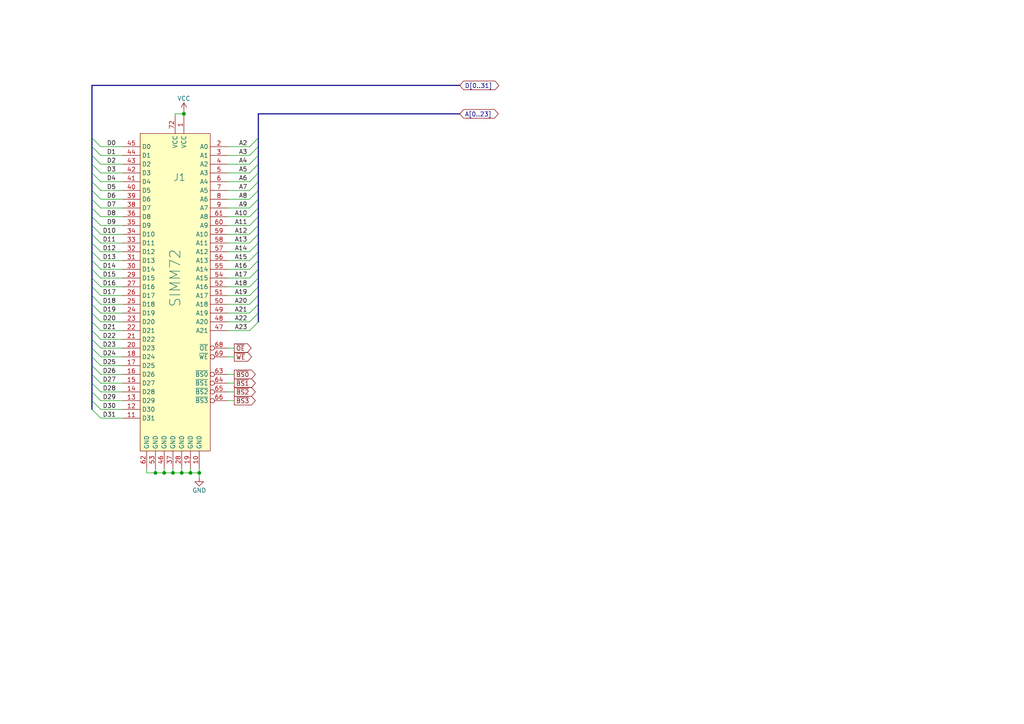
<source format=kicad_sch>
(kicad_sch (version 20230121) (generator eeschema)
  (paper "A4")
  (lib_symbols
    (symbol "68k:SIMM72-Raven"
      (property "Reference" "J" (at 0 29.21 0))
      (property "Value" "SIMM72" (at 1.27 0 90))
      (symbol "SIMM72-Raven_1_1"
        (rectangle (start -8.89 41.91) (end 11.43 -50.165) (fill (type background)))
        (pin power_in line (at -1.27 46.99 270) (length 5.08) (name "VCC") (number "1"))
        (pin power_in line (at -5.715 -55.245 90) (length 5.08) (name "GND") (number "10"))
        (pin bidirectional line (at 16.51 -40.64 180) (length 5.08) (name "D31") (number "11"))
        (pin bidirectional line (at 16.51 -38.1 180) (length 5.08) (name "D30") (number "12"))
        (pin bidirectional line (at 16.51 -35.56 180) (length 5.08) (name "D29") (number "13"))
        (pin bidirectional line (at 16.51 -33.02 180) (length 5.08) (name "D28") (number "14"))
        (pin bidirectional line (at 16.51 -30.48 180) (length 5.08) (name "D27") (number "15"))
        (pin bidirectional line (at 16.51 -27.94 180) (length 5.08) (name "D26") (number "16"))
        (pin bidirectional line (at 16.51 -25.4 180) (length 5.08) (name "D25") (number "17"))
        (pin bidirectional line (at 16.51 -22.86 180) (length 5.08) (name "D24") (number "18"))
        (pin power_in line (at -3.175 -55.245 90) (length 5.08) (name "GND") (number "19"))
        (pin input line (at -13.97 38.1 0) (length 5.08) (name "A0") (number "2"))
        (pin bidirectional line (at 16.51 -20.32 180) (length 5.08) (name "D23") (number "20"))
        (pin bidirectional line (at 16.51 -17.78 180) (length 5.08) (name "D22") (number "21"))
        (pin bidirectional line (at 16.51 -15.24 180) (length 5.08) (name "D21") (number "22"))
        (pin bidirectional line (at 16.51 -12.7 180) (length 5.08) (name "D20") (number "23"))
        (pin bidirectional line (at 16.51 -10.16 180) (length 5.08) (name "D19") (number "24"))
        (pin bidirectional line (at 16.51 -7.62 180) (length 5.08) (name "D18") (number "25"))
        (pin bidirectional line (at 16.51 -5.08 180) (length 5.08) (name "D17") (number "26"))
        (pin bidirectional line (at 16.51 -2.54 180) (length 5.08) (name "D16") (number "27"))
        (pin power_in line (at -0.635 -55.245 90) (length 5.08) (name "GND") (number "28"))
        (pin bidirectional line (at 16.51 0 180) (length 5.08) (name "D15") (number "29"))
        (pin input line (at -13.97 35.56 0) (length 5.08) (name "A1") (number "3"))
        (pin bidirectional line (at 16.51 2.54 180) (length 5.08) (name "D14") (number "30"))
        (pin bidirectional line (at 16.51 5.08 180) (length 5.08) (name "D13") (number "31"))
        (pin bidirectional line (at 16.51 7.62 180) (length 5.08) (name "D12") (number "32"))
        (pin bidirectional line (at 16.51 10.16 180) (length 5.08) (name "D11") (number "33"))
        (pin bidirectional line (at 16.51 12.7 180) (length 5.08) (name "D10") (number "34"))
        (pin bidirectional line (at 16.51 15.24 180) (length 5.08) (name "D9") (number "35"))
        (pin bidirectional line (at 16.51 17.78 180) (length 5.08) (name "D8") (number "36"))
        (pin power_in line (at 1.905 -55.245 90) (length 5.08) (name "GND") (number "37"))
        (pin bidirectional line (at 16.51 20.32 180) (length 5.08) (name "D7") (number "38"))
        (pin bidirectional line (at 16.51 22.86 180) (length 5.08) (name "D6") (number "39"))
        (pin input line (at -13.97 33.02 0) (length 5.08) (name "A2") (number "4"))
        (pin bidirectional line (at 16.51 25.4 180) (length 5.08) (name "D5") (number "40"))
        (pin bidirectional line (at 16.51 27.94 180) (length 5.08) (name "D4") (number "41"))
        (pin bidirectional line (at 16.51 30.48 180) (length 5.08) (name "D3") (number "42"))
        (pin bidirectional line (at 16.51 33.02 180) (length 5.08) (name "D2") (number "43"))
        (pin bidirectional line (at 16.51 35.56 180) (length 5.08) (name "D1") (number "44"))
        (pin bidirectional line (at 16.51 38.1 180) (length 5.08) (name "D0") (number "45"))
        (pin power_in line (at 4.445 -55.245 90) (length 5.08) (name "GND") (number "46"))
        (pin input line (at -13.97 -15.24 0) (length 5.08) (name "A21") (number "47"))
        (pin input line (at -13.97 -12.7 0) (length 5.08) (name "A20") (number "48"))
        (pin input line (at -13.97 -10.16 0) (length 5.08) (name "A19") (number "49"))
        (pin input line (at -13.97 30.48 0) (length 5.08) (name "A3") (number "5"))
        (pin input line (at -13.97 -7.62 0) (length 5.08) (name "A18") (number "50"))
        (pin input line (at -13.97 -5.08 0) (length 5.08) (name "A17") (number "51"))
        (pin input line (at -13.97 -2.54 0) (length 5.08) (name "A16") (number "52"))
        (pin power_in line (at 6.985 -55.245 90) (length 5.08) (name "GND") (number "53"))
        (pin input line (at -13.97 0 0) (length 5.08) (name "A15") (number "54"))
        (pin input line (at -13.97 2.54 0) (length 5.08) (name "A14") (number "55"))
        (pin input line (at -13.97 5.08 0) (length 5.08) (name "A13") (number "56"))
        (pin input line (at -13.97 7.62 0) (length 5.08) (name "A12") (number "57"))
        (pin input line (at -13.97 10.16 0) (length 5.08) (name "A11") (number "58"))
        (pin input line (at -13.97 12.7 0) (length 5.08) (name "A10") (number "59"))
        (pin input line (at -13.97 27.94 0) (length 5.08) (name "A4") (number "6"))
        (pin input line (at -13.97 15.24 0) (length 5.08) (name "A9") (number "60"))
        (pin input line (at -13.97 17.78 0) (length 5.08) (name "A8") (number "61"))
        (pin power_in line (at 9.525 -55.245 90) (length 5.08) (name "GND") (number "62"))
        (pin input inverted (at -13.97 -27.94 0) (length 5.08) (name "~{BS0}") (number "63"))
        (pin input inverted (at -13.97 -30.48 0) (length 5.08) (name "~{BS1}") (number "64"))
        (pin input inverted (at -13.97 -33.02 0) (length 5.08) (name "~{BS2}") (number "65"))
        (pin input inverted (at -13.97 -35.56 0) (length 5.08) (name "~{BS3}") (number "66"))
        (pin no_connect inverted (at -8.89 -39.37 180) (length 5.08) hide (name "nc") (number "67"))
        (pin input inverted (at -13.97 -20.32 0) (length 5.08) (name "~{OE}") (number "68"))
        (pin input inverted (at -13.97 -22.86 0) (length 5.08) (name "~{WE}") (number "69"))
        (pin input line (at -13.97 25.4 0) (length 5.08) (name "A5") (number "7"))
        (pin no_connect line (at -8.89 -41.91 180) (length 5.08) hide (name "nc") (number "70"))
        (pin no_connect line (at -8.89 -44.45 180) (length 5.08) hide (name "nc") (number "71"))
        (pin power_in line (at 1.27 46.99 270) (length 5.08) (name "VCC") (number "72"))
        (pin input line (at -13.97 22.86 0) (length 5.08) (name "A6") (number "8"))
        (pin input line (at -13.97 20.32 0) (length 5.08) (name "A7") (number "9"))
      )
    )
    (symbol "power:GND" (power) (pin_names (offset 0))
      (property "Value" "GND" (at 0 -3.81 0))
      (symbol "GND_0_1"
        (polyline (pts (xy 0 0) (xy 0 -1.27) (xy 1.27 -1.27) (xy 0 -2.54) (xy -1.27 -1.27) (xy 0 -1.27)))
      )
      (symbol "GND_1_1"
        (pin power_in line (at 0 0 270) (length 0) hide (name "GND") (number "1"))
      )
    )
    (symbol "power:VCC" (power) (pin_names (offset 0))
      (property "Value" "VCC" (at 0 3.81 0))
      (symbol "VCC_0_1"
        (polyline (pts (xy -0.762 1.27) (xy 0 2.54)))
        (polyline (pts (xy 0 0) (xy 0 2.54)))
        (polyline (pts (xy 0 2.54) (xy 0.762 1.27)))
      )
      (symbol "VCC_1_1"
        (pin power_in line (at 0 0 90) (length 0) hide (name "VCC") (number "1"))
      )
    )
  )
  (junction (at 55.245 137.16))
  (junction (at 45.085 137.16))
  (junction (at 47.625 137.16))
  (junction (at 50.165 137.16))
  (junction (at 57.785 137.16))
  (junction (at 52.705 137.16))
  (junction (at 53.34 33.02))
  (bus_entry (at 26.67 111.125) (size 2.54 2.54))
  (bus_entry (at 26.67 93.345) (size 2.54 2.54))
  (bus_entry (at 26.67 62.865) (size 2.54 2.54))
  (bus_entry (at 26.67 52.705) (size 2.54 2.54))
  (bus_entry (at 74.93 75.565) (size -2.54 2.54))
  (bus_entry (at 26.67 83.185) (size 2.54 2.54))
  (bus_entry (at 26.67 67.945) (size 2.54 2.54))
  (bus_entry (at 26.67 85.725) (size 2.54 2.54))
  (bus_entry (at 26.67 42.545) (size 2.54 2.54))
  (bus_entry (at 74.93 62.865) (size -2.54 2.54))
  (bus_entry (at 26.67 103.505) (size 2.54 2.54))
  (bus_entry (at 26.67 116.205) (size 2.54 2.54))
  (bus_entry (at 74.93 50.165) (size -2.54 2.54))
  (bus_entry (at 74.93 85.725) (size -2.54 2.54))
  (bus_entry (at 26.67 55.245) (size 2.54 2.54))
  (bus_entry (at 26.67 78.105) (size 2.54 2.54))
  (bus_entry (at 74.93 90.805) (size -2.54 2.54))
  (bus_entry (at 74.93 47.625) (size -2.54 2.54))
  (bus_entry (at 26.67 70.485) (size 2.54 2.54))
  (bus_entry (at 74.93 55.245) (size -2.54 2.54))
  (bus_entry (at 74.93 73.025) (size -2.54 2.54))
  (bus_entry (at 26.67 60.325) (size 2.54 2.54))
  (bus_entry (at 26.67 98.425) (size 2.54 2.54))
  (bus_entry (at 74.93 67.945) (size -2.54 2.54))
  (bus_entry (at 74.93 88.265) (size -2.54 2.54))
  (bus_entry (at 74.93 60.325) (size -2.54 2.54))
  (bus_entry (at 26.67 100.965) (size 2.54 2.54))
  (bus_entry (at 74.93 78.105) (size -2.54 2.54))
  (bus_entry (at 26.67 90.805) (size 2.54 2.54))
  (bus_entry (at 26.67 45.085) (size 2.54 2.54))
  (bus_entry (at 26.67 57.785) (size 2.54 2.54))
  (bus_entry (at 26.67 106.045) (size 2.54 2.54))
  (bus_entry (at 26.67 47.625) (size 2.54 2.54))
  (bus_entry (at 74.93 57.785) (size -2.54 2.54))
  (bus_entry (at 26.67 95.885) (size 2.54 2.54))
  (bus_entry (at 26.67 50.165) (size 2.54 2.54))
  (bus_entry (at 26.67 40.005) (size 2.54 2.54))
  (bus_entry (at 26.67 65.405) (size 2.54 2.54))
  (bus_entry (at 26.67 88.265) (size 2.54 2.54))
  (bus_entry (at 26.67 80.645) (size 2.54 2.54))
  (bus_entry (at 74.93 70.485) (size -2.54 2.54))
  (bus_entry (at 74.93 45.085) (size -2.54 2.54))
  (bus_entry (at 74.93 52.705) (size -2.54 2.54))
  (bus_entry (at 74.93 80.645) (size -2.54 2.54))
  (bus_entry (at 26.67 73.025) (size 2.54 2.54))
  (bus_entry (at 74.93 40.005) (size -2.54 2.54))
  (bus_entry (at 74.93 65.405) (size -2.54 2.54))
  (bus_entry (at 26.67 75.565) (size 2.54 2.54))
  (bus_entry (at 74.93 93.345) (size -2.54 2.54))
  (bus_entry (at 26.67 108.585) (size 2.54 2.54))
  (bus_entry (at 26.67 113.665) (size 2.54 2.54))
  (bus_entry (at 26.67 118.745) (size 2.54 2.54))
  (bus_entry (at 74.93 42.545) (size -2.54 2.54))
  (bus_entry (at 74.93 83.185) (size -2.54 2.54))
  (wire (pts (xy 72.39 67.945) (xy 66.04 67.945)))
  (wire (pts (xy 72.39 60.325) (xy 66.04 60.325)))
  (bus (pts (xy 74.93 93.345) (xy 74.93 90.805)))
  (wire (pts (xy 66.04 113.665) (xy 67.945 113.665)))
  (wire (pts (xy 47.625 135.89) (xy 47.625 137.16)))
  (bus (pts (xy 26.67 93.345) (xy 26.67 90.805)))
  (wire (pts (xy 53.34 33.02) (xy 53.34 33.655)))
  (wire (pts (xy 66.04 103.505) (xy 67.945 103.505)))
  (bus (pts (xy 26.67 67.945) (xy 26.67 65.405)))
  (wire (pts (xy 35.56 60.325) (xy 29.21 60.325)))
  (bus (pts (xy 26.67 83.185) (xy 26.67 80.645)))
  (wire (pts (xy 35.56 45.085) (xy 29.21 45.085)))
  (wire (pts (xy 66.04 116.205) (xy 67.945 116.205)))
  (bus (pts (xy 74.93 80.645) (xy 74.93 78.105)))
  (bus (pts (xy 74.93 62.865) (xy 74.93 60.325)))
  (wire (pts (xy 72.39 83.185) (xy 66.04 83.185)))
  (bus (pts (xy 74.93 75.565) (xy 74.93 73.025)))
  (wire (pts (xy 35.56 93.345) (xy 29.21 93.345)))
  (wire (pts (xy 35.56 111.125) (xy 29.21 111.125)))
  (wire (pts (xy 42.545 137.16) (xy 45.085 137.16)))
  (wire (pts (xy 72.39 85.725) (xy 66.04 85.725)))
  (wire (pts (xy 72.39 75.565) (xy 66.04 75.565)))
  (wire (pts (xy 72.39 45.085) (xy 66.04 45.085)))
  (wire (pts (xy 50.8 33.02) (xy 50.8 33.655)))
  (bus (pts (xy 74.93 83.185) (xy 74.93 80.645)))
  (bus (pts (xy 74.93 85.725) (xy 74.93 83.185)))
  (wire (pts (xy 50.8 33.02) (xy 53.34 33.02)))
  (bus (pts (xy 26.67 90.805) (xy 26.67 88.265)))
  (wire (pts (xy 57.785 137.16) (xy 57.785 138.43)))
  (wire (pts (xy 50.165 137.16) (xy 52.705 137.16)))
  (bus (pts (xy 26.67 52.705) (xy 26.67 50.165)))
  (wire (pts (xy 66.04 111.125) (xy 67.945 111.125)))
  (bus (pts (xy 26.67 80.645) (xy 26.67 78.105)))
  (wire (pts (xy 52.705 137.16) (xy 55.245 137.16)))
  (bus (pts (xy 26.67 73.025) (xy 26.67 70.485)))
  (wire (pts (xy 35.56 42.545) (xy 29.21 42.545)))
  (bus (pts (xy 26.67 108.585) (xy 26.67 106.045)))
  (wire (pts (xy 35.56 106.045) (xy 29.21 106.045)))
  (bus (pts (xy 26.67 70.485) (xy 26.67 67.945)))
  (bus (pts (xy 26.67 45.085) (xy 26.67 42.545)))
  (wire (pts (xy 35.56 55.245) (xy 29.21 55.245)))
  (bus (pts (xy 74.93 57.785) (xy 74.93 55.245)))
  (wire (pts (xy 72.39 52.705) (xy 66.04 52.705)))
  (bus (pts (xy 74.93 50.165) (xy 74.93 47.625)))
  (wire (pts (xy 35.56 98.425) (xy 29.21 98.425)))
  (bus (pts (xy 74.93 42.545) (xy 74.93 40.005)))
  (bus (pts (xy 26.67 106.045) (xy 26.67 103.505)))
  (wire (pts (xy 47.625 137.16) (xy 50.165 137.16)))
  (bus (pts (xy 74.93 90.805) (xy 74.93 88.265)))
  (wire (pts (xy 72.39 50.165) (xy 66.04 50.165)))
  (wire (pts (xy 72.39 57.785) (xy 66.04 57.785)))
  (wire (pts (xy 72.39 80.645) (xy 66.04 80.645)))
  (bus (pts (xy 26.67 103.505) (xy 26.67 100.965)))
  (wire (pts (xy 35.56 78.105) (xy 29.21 78.105)))
  (bus (pts (xy 26.67 42.545) (xy 26.67 40.005)))
  (wire (pts (xy 42.545 135.89) (xy 42.545 137.16)))
  (wire (pts (xy 35.56 52.705) (xy 29.21 52.705)))
  (wire (pts (xy 35.56 73.025) (xy 29.21 73.025)))
  (bus (pts (xy 26.67 78.105) (xy 26.67 75.565)))
  (wire (pts (xy 72.39 62.865) (xy 66.04 62.865)))
  (wire (pts (xy 35.56 88.265) (xy 29.21 88.265)))
  (wire (pts (xy 35.56 116.205) (xy 29.21 116.205)))
  (bus (pts (xy 74.93 78.105) (xy 74.93 75.565)))
  (wire (pts (xy 35.56 90.805) (xy 29.21 90.805)))
  (wire (pts (xy 35.56 67.945) (xy 29.21 67.945)))
  (bus (pts (xy 74.93 73.025) (xy 74.93 70.485)))
  (wire (pts (xy 35.56 108.585) (xy 29.21 108.585)))
  (bus (pts (xy 26.67 113.665) (xy 26.67 111.125)))
  (bus (pts (xy 26.67 57.785) (xy 26.67 55.245)))
  (bus (pts (xy 26.67 65.405) (xy 26.67 62.865)))
  (bus (pts (xy 26.67 24.765) (xy 26.67 40.005)))
  (wire (pts (xy 66.04 108.585) (xy 67.945 108.585)))
  (bus (pts (xy 26.67 60.325) (xy 26.67 57.785)))
  (wire (pts (xy 35.56 100.965) (xy 29.21 100.965)))
  (bus (pts (xy 74.93 60.325) (xy 74.93 57.785)))
  (wire (pts (xy 45.085 135.89) (xy 45.085 137.16)))
  (wire (pts (xy 35.56 83.185) (xy 29.21 83.185)))
  (bus (pts (xy 26.67 85.725) (xy 26.67 83.185)))
  (wire (pts (xy 55.245 137.16) (xy 57.785 137.16)))
  (wire (pts (xy 72.39 70.485) (xy 66.04 70.485)))
  (wire (pts (xy 57.785 137.16) (xy 57.785 135.89)))
  (bus (pts (xy 26.67 98.425) (xy 26.67 95.885)))
  (wire (pts (xy 72.39 47.625) (xy 66.04 47.625)))
  (bus (pts (xy 26.67 50.165) (xy 26.67 47.625)))
  (bus (pts (xy 74.93 65.405) (xy 74.93 62.865)))
  (wire (pts (xy 53.34 32.385) (xy 53.34 33.02)))
  (wire (pts (xy 35.56 70.485) (xy 29.21 70.485)))
  (wire (pts (xy 35.56 50.165) (xy 29.21 50.165)))
  (wire (pts (xy 52.705 135.89) (xy 52.705 137.16)))
  (wire (pts (xy 35.56 47.625) (xy 29.21 47.625)))
  (wire (pts (xy 72.39 95.885) (xy 66.04 95.885)))
  (wire (pts (xy 35.56 57.785) (xy 29.21 57.785)))
  (wire (pts (xy 35.56 62.865) (xy 29.21 62.865)))
  (bus (pts (xy 26.67 55.245) (xy 26.67 52.705)))
  (bus (pts (xy 26.67 75.565) (xy 26.67 73.025)))
  (bus (pts (xy 74.93 52.705) (xy 74.93 50.165)))
  (bus (pts (xy 74.93 45.085) (xy 74.93 42.545)))
  (wire (pts (xy 35.56 65.405) (xy 29.21 65.405)))
  (bus (pts (xy 26.67 88.265) (xy 26.67 85.725)))
  (wire (pts (xy 35.56 80.645) (xy 29.21 80.645)))
  (wire (pts (xy 72.39 55.245) (xy 66.04 55.245)))
  (bus (pts (xy 74.93 55.245) (xy 74.93 52.705)))
  (wire (pts (xy 55.245 135.89) (xy 55.245 137.16)))
  (bus (pts (xy 26.67 62.865) (xy 26.67 60.325)))
  (wire (pts (xy 35.56 85.725) (xy 29.21 85.725)))
  (bus (pts (xy 26.67 116.205) (xy 26.67 113.665)))
  (bus (pts (xy 74.93 40.005) (xy 74.93 33.02)))
  (wire (pts (xy 35.56 95.885) (xy 29.21 95.885)))
  (bus (pts (xy 26.67 24.765) (xy 133.35 24.765)))
  (wire (pts (xy 35.56 103.505) (xy 29.21 103.505)))
  (bus (pts (xy 26.67 100.965) (xy 26.67 98.425)))
  (wire (pts (xy 72.39 42.545) (xy 66.04 42.545)))
  (wire (pts (xy 35.56 75.565) (xy 29.21 75.565)))
  (bus (pts (xy 74.93 88.265) (xy 74.93 85.725)))
  (wire (pts (xy 35.56 118.745) (xy 29.21 118.745)))
  (wire (pts (xy 35.56 113.665) (xy 29.21 113.665)))
  (wire (pts (xy 50.165 135.89) (xy 50.165 137.16)))
  (wire (pts (xy 72.39 90.805) (xy 66.04 90.805)))
  (bus (pts (xy 26.67 111.125) (xy 26.67 108.585)))
  (bus (pts (xy 74.93 70.485) (xy 74.93 67.945)))
  (bus (pts (xy 74.93 33.02) (xy 133.35 33.02)))
  (wire (pts (xy 72.39 88.265) (xy 66.04 88.265)))
  (bus (pts (xy 74.93 47.625) (xy 74.93 45.085)))
  (wire (pts (xy 72.39 73.025) (xy 66.04 73.025)))
  (bus (pts (xy 26.67 118.745) (xy 26.67 116.205)))
  (wire (pts (xy 72.39 65.405) (xy 66.04 65.405)))
  (wire (pts (xy 66.04 100.965) (xy 67.945 100.965)))
  (wire (pts (xy 45.085 137.16) (xy 47.625 137.16)))
  (wire (pts (xy 35.56 121.285) (xy 29.21 121.285)))
  (wire (pts (xy 72.39 78.105) (xy 66.04 78.105)))
  (bus (pts (xy 74.93 67.945) (xy 74.93 65.405)))
  (wire (pts (xy 72.39 93.345) (xy 66.04 93.345)))
  (bus (pts (xy 26.67 47.625) (xy 26.67 45.085)))
  (bus (pts (xy 26.67 95.885) (xy 26.67 93.345)))
  (label "D19" (at 33.655 90.805 180))
  (label "D22" (at 33.655 98.425 180))
  (label "D7" (at 33.655 60.325 180))
  (label "D6" (at 33.655 57.785 180))
  (label "D13" (at 33.655 75.565 180))
  (label "A11" (at 71.755 65.405 180))
  (label "A6" (at 71.755 52.705 180))
  (label "A9" (at 71.755 60.325 180))
  (label "A18" (at 71.755 83.185 180))
  (label "D26" (at 33.655 108.585 180))
  (label "A7" (at 71.755 55.245 180))
  (label "D16" (at 33.655 83.185 180))
  (label "A4" (at 71.755 47.625 180))
  (label "D21" (at 33.655 95.885 180))
  (label "D12" (at 33.655 73.025 180))
  (label "D28" (at 33.655 113.665 180))
  (label "A8" (at 71.755 57.785 180))
  (label "D23" (at 33.655 100.965 180))
  (label "D4" (at 33.655 52.705 180))
  (label "A19" (at 71.755 85.725 180))
  (label "D8" (at 33.655 62.865 180))
  (label "D11" (at 33.655 70.485 180))
  (label "D10" (at 33.655 67.945 180))
  (label "A22" (at 71.755 93.345 180))
  (label "A3" (at 71.755 45.085 180))
  (label "A17" (at 71.755 80.645 180))
  (label "A21" (at 71.755 90.805 180))
  (label "D3" (at 33.655 50.165 180))
  (label "D20" (at 33.655 93.345 180))
  (label "D18" (at 33.655 88.265 180))
  (label "D2" (at 33.655 47.625 180))
  (label "A13" (at 71.755 70.485 180))
  (label "A14" (at 71.755 73.025 180))
  (label "A10" (at 71.755 62.865 180))
  (label "D17" (at 33.655 85.725 180))
  (label "D14" (at 33.655 78.105 180))
  (label "D31" (at 33.655 121.285 180))
  (label "D9" (at 33.655 65.405 180))
  (label "A5" (at 71.755 50.165 180))
  (label "D29" (at 33.655 116.205 180))
  (label "D1" (at 33.655 45.085 180))
  (label "A12" (at 71.755 67.945 180))
  (label "A23" (at 71.755 95.885 180))
  (label "D15" (at 33.655 80.645 180))
  (label "D30" (at 33.655 118.745 180))
  (label "D24" (at 33.655 103.505 180))
  (label "A16" (at 71.755 78.105 180))
  (label "A20" (at 71.755 88.265 180))
  (label "D0" (at 33.655 42.545 180))
  (label "D27" (at 33.655 111.125 180))
  (label "D5" (at 33.655 55.245 180))
  (label "A2" (at 71.755 42.545 180))
  (label "D25" (at 33.655 106.045 180))
  (label "A15" (at 71.755 75.565 180))
  (global_label "~{BS0}" (shape output) (at 67.945 108.585 0) (property "Intersheetrefs" "${INTERSHEET_REFS}" (effects hide)))
  (global_label "A[0..23]" (shape bidirectional) (at 133.35 33.02 0) (property "Intersheetrefs" "${INTERSHEET_REFS}" (effects hide)))
  (global_label "~{BS3}" (shape output) (at 67.945 116.205 0) (property "Intersheetrefs" "${INTERSHEET_REFS}" (effects hide)))
  (global_label "~{OE}" (shape output) (at 67.945 100.965 0) (property "Intersheetrefs" "${INTERSHEET_REFS}" (effects hide)))
  (global_label "~{WE}" (shape output) (at 67.945 103.505 0) (property "Intersheetrefs" "${INTERSHEET_REFS}" (effects hide)))
  (global_label "D[0..31]" (shape bidirectional) (at 133.35 24.765 0) (property "Intersheetrefs" "${INTERSHEET_REFS}" (effects hide)))
  (global_label "~{BS1}" (shape output) (at 67.945 111.125 0) (property "Intersheetrefs" "${INTERSHEET_REFS}" (effects hide)))
  (global_label "~{BS2}" (shape output) (at 67.945 113.665 0) (property "Intersheetrefs" "${INTERSHEET_REFS}" (effects hide)))
  (symbol (lib_id "68k:SIMM72-Raven") (at 52.07 80.645 0) (mirror y) (unit 1)
    (property "Reference" "J1" (at 52.07 51.435 0) (effects (font (size 2 2))))
    (property "Value" "SIMM72" (at 50.8 80.645 90) (effects (font (size 3 3))))
    (property "Footprint" "68k:SIMM72_edge" (effects hide))
  )
  (symbol (lib_id "power:GND") (at 57.785 138.43 0) (unit 1)
    (property "Reference" "#PWR02" (effects hide))
    (property "Value" "GND" (at 57.785 142.24 0))
  )
  (symbol (lib_id "power:VCC") (at 53.34 32.385 0) (unit 1)
    (property "Reference" "#PWR01" (effects hide))
    (property "Value" "VCC" (at 53.34 28.575 0))
  )
)
</source>
